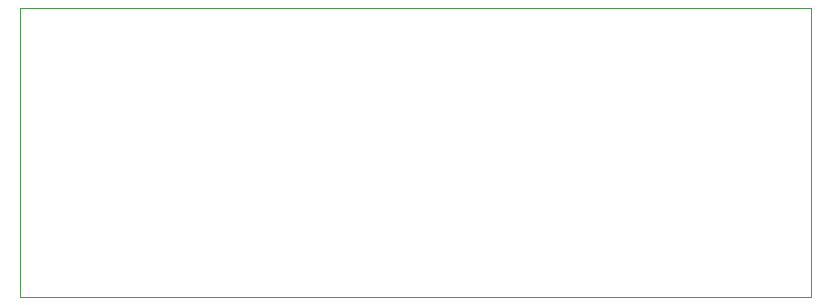
<source format=gbr>
G04 #@! TF.GenerationSoftware,KiCad,Pcbnew,(5.1.5)-3*
G04 #@! TF.CreationDate,2020-04-02T15:24:24+01:00*
G04 #@! TF.ProjectId,STM32L152_Dev_Board,53544d33-324c-4313-9532-5f4465765f42,rev?*
G04 #@! TF.SameCoordinates,Original*
G04 #@! TF.FileFunction,Profile,NP*
%FSLAX46Y46*%
G04 Gerber Fmt 4.6, Leading zero omitted, Abs format (unit mm)*
G04 Created by KiCad (PCBNEW (5.1.5)-3) date 2020-04-02 15:24:24*
%MOMM*%
%LPD*%
G04 APERTURE LIST*
%ADD10C,0.100000*%
G04 APERTURE END LIST*
D10*
X209700000Y-126917626D02*
X209700000Y-151400000D01*
X142748000Y-151400000D02*
X142748000Y-126900000D01*
X209700000Y-151400000D02*
X142748000Y-151400000D01*
X142748000Y-126900000D02*
X209700000Y-126917626D01*
M02*

</source>
